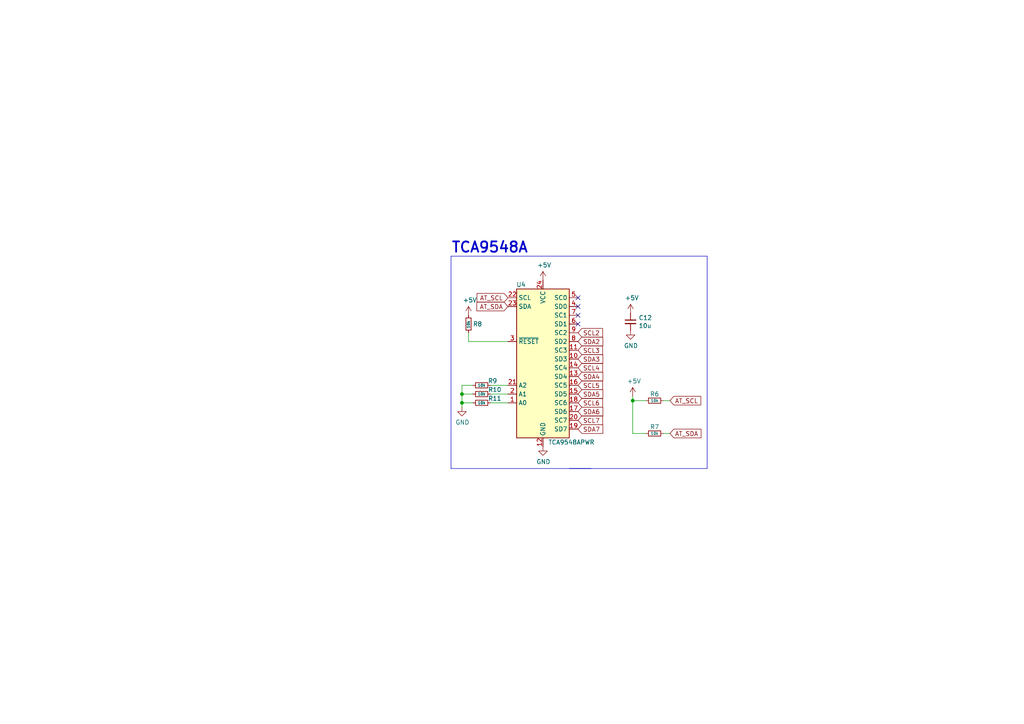
<source format=kicad_sch>
(kicad_sch (version 20230121) (generator eeschema)
  (paper "A4")
  (title_block (title "Robotska ruka") (date "2022-02-09") (rev "1") (company "TVZ"))
  (lib_symbols
    (symbol "Device:C_Small" (pin_numbers hide) (pin_names (offset 0.254) hide)
      (property "Reference" "C" (at 0.254 1.778 0))
      (property "Value" "C_Small" (at 0.254 -2.032 0))
      (symbol "C_Small_0_1"
        (polyline (pts (xy -1.524 -0.508) (xy 1.524 -0.508)) (stroke (width 0.3302)))
        (polyline (pts (xy -1.524 0.508) (xy 1.524 0.508)) (stroke (width 0.3048)))
      )
      (symbol "C_Small_1_1"
        (pin passive line (at 0 2.54 270) (length 2.032) (name "~") (number "1"))
        (pin passive line (at 0 -2.54 90) (length 2.032) (name "~") (number "2"))
      )
    )
    (symbol "Device:R_Small" (pin_numbers hide) (pin_names (offset 0.254) hide)
      (property "Reference" "R" (at 0.762 0.508 0))
      (property "Value" "R_Small" (at 0.762 -1.016 0))
      (symbol "R_Small_0_1"
        (rectangle (start -0.762 1.778) (end 0.762 -1.778) (stroke (width 0.2032)))
      )
      (symbol "R_Small_1_1"
        (pin passive line (at 0 2.54 270) (length 0.762) (name "~") (number "1"))
        (pin passive line (at 0 -2.54 90) (length 0.762) (name "~") (number "2"))
      )
    )
    (symbol "Interface_Expansion:TCA9548APWR"
      (property "Reference" "U" (at -7.62 21.59 0))
      (property "Value" "TCA9548APWR" (at 1.016 21.59 0))
      (symbol "TCA9548APWR_0_1"
        (rectangle (start -7.62 20.32) (end 7.62 -22.86) (stroke (width 0.254)) (fill (type background)))
      )
      (symbol "TCA9548APWR_1_1"
        (pin input line (at -10.16 -12.7 0) (length 2.54) (name "A0") (number "1"))
        (pin bidirectional line (at 10.16 0 180) (length 2.54) (name "SD3") (number "10"))
        (pin output line (at 10.16 2.54 180) (length 2.54) (name "SC3") (number "11"))
        (pin power_in line (at 0 -25.4 90) (length 2.54) (name "GND") (number "12"))
        (pin bidirectional line (at 10.16 -5.08 180) (length 2.54) (name "SD4") (number "13"))
        (pin output line (at 10.16 -2.54 180) (length 2.54) (name "SC4") (number "14"))
        (pin bidirectional line (at 10.16 -10.16 180) (length 2.54) (name "SD5") (number "15"))
        (pin output line (at 10.16 -7.62 180) (length 2.54) (name "SC5") (number "16"))
        (pin bidirectional line (at 10.16 -15.24 180) (length 2.54) (name "SD6") (number "17"))
        (pin output line (at 10.16 -12.7 180) (length 2.54) (name "SC6") (number "18"))
        (pin bidirectional line (at 10.16 -20.32 180) (length 2.54) (name "SD7") (number "19"))
        (pin input line (at -10.16 -10.16 0) (length 2.54) (name "A1") (number "2"))
        (pin output line (at 10.16 -17.78 180) (length 2.54) (name "SC7") (number "20"))
        (pin input line (at -10.16 -7.62 0) (length 2.54) (name "A2") (number "21"))
        (pin input line (at -10.16 17.78 0) (length 2.54) (name "SCL") (number "22"))
        (pin bidirectional line (at -10.16 15.24 0) (length 2.54) (name "SDA") (number "23"))
        (pin power_in line (at 0 22.86 270) (length 2.54) (name "VCC") (number "24"))
        (pin input line (at -10.16 5.08 0) (length 2.54) (name "~{RESET}") (number "3"))
        (pin bidirectional line (at 10.16 15.24 180) (length 2.54) (name "SD0") (number "4"))
        (pin output line (at 10.16 17.78 180) (length 2.54) (name "SC0") (number "5"))
        (pin bidirectional line (at 10.16 10.16 180) (length 2.54) (name "SD1") (number "6"))
        (pin output line (at 10.16 12.7 180) (length 2.54) (name "SC1") (number "7"))
        (pin bidirectional line (at 10.16 5.08 180) (length 2.54) (name "SD2") (number "8"))
        (pin output line (at 10.16 7.62 180) (length 2.54) (name "SC2") (number "9"))
      )
    )
    (symbol "power:+5V" (power) (pin_names (offset 0))
      (property "Value" "+5V" (at 0 3.556 0))
      (symbol "+5V_0_1"
        (polyline (pts (xy -0.762 1.27) (xy 0 2.54)))
        (polyline (pts (xy 0 0) (xy 0 2.54)))
        (polyline (pts (xy 0 2.54) (xy 0.762 1.27)))
      )
      (symbol "+5V_1_1"
        (pin power_in line (at 0 0 90) (length 0) hide (name "+5V") (number "1"))
      )
    )
    (symbol "power:GND" (power) (pin_names (offset 0))
      (property "Value" "GND" (at 0 -3.81 0))
      (symbol "GND_0_1"
        (polyline (pts (xy 0 0) (xy 0 -1.27) (xy 1.27 -1.27) (xy 0 -2.54) (xy -1.27 -1.27) (xy 0 -1.27)))
      )
      (symbol "GND_1_1"
        (pin power_in line (at 0 0 270) (length 0) hide (name "GND") (number "1"))
      )
    )
  )
  (junction (at 133.985 116.84))
  (junction (at 183.515 116.205))
  (junction (at 133.985 114.3))
  (no_connect (at 167.64 86.36))
  (no_connect (at 167.64 91.44))
  (no_connect (at 167.64 93.98))
  (no_connect (at 167.64 88.9))
  (wire (pts (xy 137.16 111.76) (xy 133.985 111.76)))
  (wire (pts (xy 183.515 114.935) (xy 183.515 116.205)))
  (wire (pts (xy 135.89 96.52) (xy 135.89 99.06)))
  (wire (pts (xy 183.515 116.205) (xy 187.325 116.205)))
  (wire (pts (xy 142.24 111.76) (xy 147.32 111.76)))
  (wire (pts (xy 183.515 125.73) (xy 183.515 116.205)))
  (wire (pts (xy 133.985 111.76) (xy 133.985 114.3)))
  (wire (pts (xy 133.985 114.3) (xy 133.985 116.84)))
  (wire (pts (xy 142.24 116.84) (xy 147.32 116.84)))
  (wire (pts (xy 135.89 99.06) (xy 147.32 99.06)))
  (wire (pts (xy 133.985 118.11) (xy 133.985 116.84)))
  (polyline (pts (xy 205.105 74.295) (xy 130.81 74.295)))
  (wire (pts (xy 147.32 114.3) (xy 142.24 114.3)))
  (wire (pts (xy 137.16 114.3) (xy 133.985 114.3)))
  (polyline (pts (xy 165.1 135.89) (xy 205.105 135.89)))
  (polyline (pts (xy 130.81 135.89) (xy 171.45 135.89)))
  (wire (pts (xy 192.405 116.205) (xy 194.31 116.205)))
  (polyline (pts (xy 130.81 74.295) (xy 130.81 135.89)))
  (wire (pts (xy 192.405 125.73) (xy 194.31 125.73)))
  (wire (pts (xy 133.985 116.84) (xy 137.16 116.84)))
  (wire (pts (xy 183.515 125.73) (xy 187.325 125.73)))
  (polyline (pts (xy 205.105 135.89) (xy 205.105 74.295)))
  (text "TCA9548A" (at 130.81 73.66 0) (effects (font (size 3 3) (thickness 0.508) bold) (justify left bottom)))
  (global_label "SCL6" (shape input) (at 167.64 116.84 0) (property "Intersheetrefs" "${INTERSHEET_REFS}" (effects hide)))
  (global_label "SDA2" (shape input) (at 167.64 99.06 0) (property "Intersheetrefs" "${INTERSHEET_REFS}" (effects hide)))
  (global_label "SCL5" (shape input) (at 167.64 111.76 0) (property "Intersheetrefs" "${INTERSHEET_REFS}" (effects hide)))
  (global_label "SCL7" (shape input) (at 167.64 121.92 0) (property "Intersheetrefs" "${INTERSHEET_REFS}" (effects hide)))
  (global_label "SDA3" (shape input) (at 167.64 104.14 0) (property "Intersheetrefs" "${INTERSHEET_REFS}" (effects hide)))
  (global_label "SDA6" (shape input) (at 167.64 119.38 0) (property "Intersheetrefs" "${INTERSHEET_REFS}" (effects hide)))
  (global_label "AT_SDA" (shape input) (at 147.32 88.9 180) (property "Intersheetrefs" "${INTERSHEET_REFS}" (effects hide)))
  (global_label "AT_SDA" (shape input) (at 194.31 125.73 0) (property "Intersheetrefs" "${INTERSHEET_REFS}" (effects hide)))
  (global_label "AT_SCL" (shape input) (at 147.32 86.36 180) (property "Intersheetrefs" "${INTERSHEET_REFS}" (effects hide)))
  (global_label "SDA4" (shape input) (at 167.64 109.22 0) (property "Intersheetrefs" "${INTERSHEET_REFS}" (effects hide)))
  (global_label "SDA5" (shape input) (at 167.64 114.3 0) (property "Intersheetrefs" "${INTERSHEET_REFS}" (effects hide)))
  (global_label "AT_SCL" (shape input) (at 194.31 116.205 0) (property "Intersheetrefs" "${INTERSHEET_REFS}" (effects hide)))
  (global_label "SCL4" (shape input) (at 167.64 106.68 0) (property "Intersheetrefs" "${INTERSHEET_REFS}" (effects hide)))
  (global_label "SCL2" (shape input) (at 167.64 96.52 0) (property "Intersheetrefs" "${INTERSHEET_REFS}" (effects hide)))
  (global_label "SCL3" (shape input) (at 167.64 101.6 0) (property "Intersheetrefs" "${INTERSHEET_REFS}" (effects hide)))
  (global_label "SDA7" (shape input) (at 167.64 124.46 0) (property "Intersheetrefs" "${INTERSHEET_REFS}" (effects hide)))
  (symbol (lib_id "Interface_Expansion:TCA9548APWR") (at 157.48 104.14 0) (unit 1)
    (property "Reference" "U4" (at 151.13 82.55 0))
    (property "Value" "TCA9548APWR" (at 165.735 128.27 0))
    (property "Footprint" "Package_SO:TSSOP-24_4.4x7.8mm_P0.65mm" (effects hide))
    (property "Datasheet" "http://www.ti.com/lit/ds/symlink/tca9548a.pdf" (effects hide))
  )
  (symbol (lib_id "power:+5V") (at 157.48 81.28 0) (unit 1)
    (property "Reference" "#PWR029" (effects hide))
    (property "Value" "+5V" (at 157.861 76.8858 0))
  )
  (symbol (lib_id "Device:R_Small") (at 135.89 93.98 0) (unit 1)
    (property "Reference" "R8" (at 137.16 93.98 0) (effects (justify left)))
    (property "Value" "10k" (at 135.89 95.25 90) (effects (font (size 0.7874 0.7874)) (justify left)))
    (property "Footprint" "Resistor_SMD:R_0805_2012Metric" (effects hide))
  )
  (symbol (lib_id "power:+5V") (at 135.89 91.44 0) (unit 1)
    (property "Reference" "#PWR028" (effects hide))
    (property "Value" "+5V" (at 136.271 87.0458 0))
  )
  (symbol (lib_id "power:+5V") (at 183.515 114.935 0) (unit 1)
    (property "Reference" "#PWR026" (effects hide))
    (property "Value" "+5V" (at 183.896 110.5408 0))
  )
  (symbol (lib_id "Device:R_Small") (at 189.865 116.205 90) (unit 1)
    (property "Reference" "R6" (at 189.865 114.3 90))
    (property "Value" "10k" (at 189.865 116.205 90) (effects (font (size 0.7874 0.7874))))
    (property "Footprint" "Resistor_SMD:R_0805_2012Metric" (effects hide))
  )
  (symbol (lib_id "Device:R_Small") (at 189.865 125.73 90) (unit 1)
    (property "Reference" "R7" (at 189.865 123.825 90))
    (property "Value" "10k" (at 189.865 125.73 90) (effects (font (size 0.7874 0.7874))))
    (property "Footprint" "Resistor_SMD:R_0805_2012Metric" (effects hide))
  )
  (symbol (lib_id "power:GND") (at 157.48 129.54 0) (unit 1)
    (property "Reference" "#PWR030" (effects hide))
    (property "Value" "GND" (at 157.607 133.9342 0))
  )
  (symbol (lib_id "Device:C_Small") (at 182.88 93.345 0) (unit 1)
    (property "Reference" "C12" (at 185.2168 92.1766 0) (effects (justify left)))
    (property "Value" "10u" (at 185.2168 94.488 0) (effects (justify left)))
    (property "Footprint" "Capacitor_SMD:C_0805_2012Metric" (effects hide))
  )
  (symbol (lib_id "power:+5V") (at 182.88 90.805 0) (unit 1)
    (property "Reference" "#PWR031" (effects hide))
    (property "Value" "+5V" (at 183.261 86.4108 0))
  )
  (symbol (lib_id "power:GND") (at 182.88 95.885 0) (unit 1)
    (property "Reference" "#PWR032" (effects hide))
    (property "Value" "GND" (at 183.007 100.2792 0))
  )
  (symbol (lib_id "Device:R_Small") (at 139.7 111.76 90) (unit 1)
    (property "Reference" "R9" (at 142.875 110.49 90))
    (property "Value" "10k" (at 139.7 111.76 90) (effects (font (size 0.7874 0.7874))))
    (property "Footprint" "Resistor_SMD:R_0805_2012Metric" (effects hide))
  )
  (symbol (lib_id "Device:R_Small") (at 139.7 114.3 90) (unit 1)
    (property "Reference" "R10" (at 143.51 113.03 90))
    (property "Value" "10k" (at 139.7 114.3 90) (effects (font (size 0.7874 0.7874))))
    (property "Footprint" "Resistor_SMD:R_0805_2012Metric" (effects hide))
  )
  (symbol (lib_id "Device:R_Small") (at 139.7 116.84 90) (unit 1)
    (property "Reference" "R11" (at 143.51 115.57 90))
    (property "Value" "10k" (at 139.7 116.84 90) (effects (font (size 0.7874 0.7874))))
    (property "Footprint" "Resistor_SMD:R_0805_2012Metric" (effects hide))
  )
  (symbol (lib_id "power:GND") (at 133.985 118.11 0) (unit 1)
    (property "Reference" "#PWR027" (effects hide))
    (property "Value" "GND" (at 134.112 122.5042 0))
  )
)
</source>
